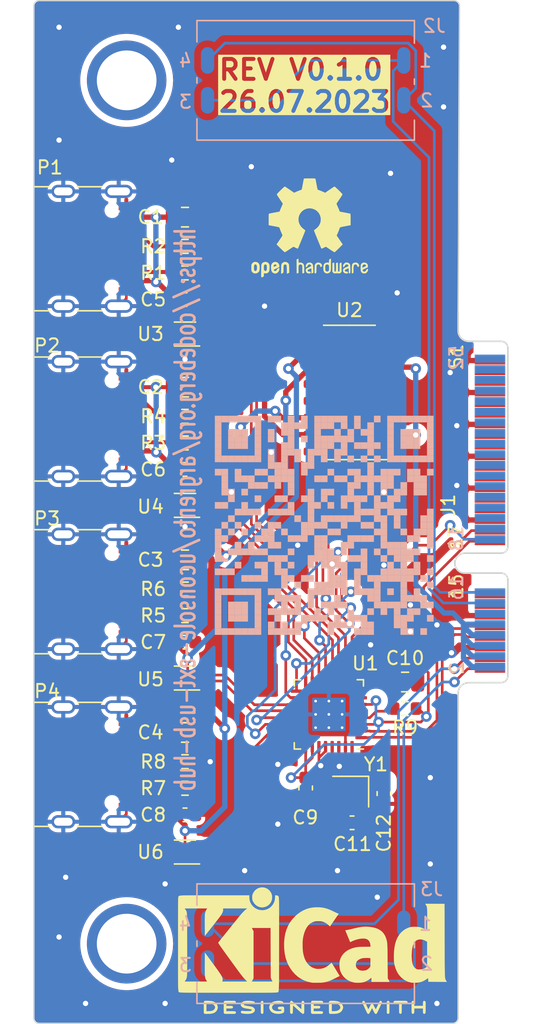
<source format=kicad_pcb>
(kicad_pcb (version 20221018) (generator pcbnew)
  (title_block (title "uConsole Extension USB Hub") (date "2023-07-26") (rev "0.1.0") (company "by argrento") (comment 2 "https://codeberg.org/argrento/uconsole-ext-usb-hub") (comment 4 "--->  UNTESTED  <---"))
  (layers (0 "F.Cu" signal) (31 "B.Cu" signal) (34 "B.Paste" user) (35 "F.Paste" user) (36 "B.SilkS" user "B.Silkscreen") (37 "F.SilkS" user "F.Silkscreen") (38 "B.Mask" user) (39 "F.Mask" user) (44 "Edge.Cuts" user))
  (net 0 "")
  (net 1 "/VBUS1")
  (net 2 "GND")
  (net 3 "/VBUS2")
  (net 4 "/VBUS3")
  (net 5 "/VBUS4")
  (net 6 "/HUB_RESET")
  (net 7 "/SPK_LP")
  (net 8 "+5V")
  (net 9 "/SPK_LN")
  (net 10 "/USB3_D+")
  (net 11 "/USB3_D-")
  (net 12 "/USB4_D+")
  (net 13 "/SPK_RP")
  (net 14 "/USB4_D-")
  (net 15 "/SPK_RN")
  (net 16 "+3.3V")
  (net 44 "Net-(P1-VCONN)")
  (net 45 "Net-(P1-CC)")
  (net 46 "Net-(P2-VCONN)")
  (net 47 "Net-(P2-CC)")
  (net 48 "Net-(P3-VCONN)")
  (net 49 "Net-(P3-CC)")
  (net 50 "Net-(P4-VCONN)")
  (net 51 "Net-(P4-CC)")
  (net 53 "/PWRON1")
  (net 54 "/OVRCUR1")
  (net 55 "/USBH1_D-")
  (net 56 "/PWRON2")
  (net 57 "/OVRCUR2")
  (net 58 "/USBH2_D-")
  (net 59 "/USBH2_D+")
  (net 60 "/PWRON3")
  (net 61 "/OVRCUR3")
  (net 62 "/USBH3_D-")
  (net 63 "/USBH3_D+")
  (net 64 "/PWRON4")
  (net 65 "/OVRCUR4")
  (net 66 "/USBH4_D-")
  (net 67 "/USBH4_D+")
  (net 68 "Net-(U1-XTAL2)")
  (net 69 "Net-(U1-XTAL1)")
  (net 71 "/USBH1_D+")
  (net 72 "/USB1_D+")
  (net 73 "/USB1_D-")
  (net 74 "/USB2_D+")
  (net 75 "/USB2_D-")
  (net 76 "/EXT_USB3_D+")
  (net 77 "/EXT_USB3_D-")
  (net 78 "/EXT_USB4_D+")
  (net 79 "/EXT_USB4_D-")
  (footprint "Resistor_SMD:R_0603_1608Metric" (layer "F.Cu") (at 147 92.8)
    (fp_text reference "R4")
    (fp_text value "5K1")
  )
  (footprint "Capacitor_SMD:C_0603_1608Metric" (layer "F.Cu") (at 162 121.2 -90)
    (fp_text reference "C12")
    (fp_text value "TBD")
  )
  (footprint "Capacitor_SMD:C_0805_2012Metric" (layer "F.Cu") (at 147 116.6)
    (fp_text reference "C4")
    (fp_text value "100uF")
  )
  (footprint "Capacitor_SMD:C_0603_1608Metric" (layer "F.Cu") (at 147 109.8)
    (fp_text reference "C7")
    (fp_text value "100nF")
  )
  (footprint "Package_SO:SOIC-16_3.9x9.9mm_P1.27mm" (layer "F.Cu") (at 159.4 91 180)
    (fp_text reference "U2")
    (fp_text value "TPS2044D")
  )
  (footprint "Resistor_SMD:R_0603_1608Metric" (layer "F.Cu") (at 147 105.8)
    (fp_text reference "R6")
    (fp_text value "5K1")
  )
  (footprint "Resistor_SMD:R_0603_1608Metric" (layer "F.Cu") (at 163.6 114.8 180)
    (fp_text reference "R9")
    (fp_text value "47K")
  )
  (footprint "Capacitor_SMD:C_0603_1608Metric" (layer "F.Cu") (at 147 84)
    (fp_text reference "C5")
    (fp_text value "100nF")
  )
  (footprint "Capacitor_SMD:C_0603_1608Metric" (layer "F.Cu") (at 147 122.8)
    (fp_text reference "C8")
    (fp_text value "100nF")
  )
  (footprint "Resistor_SMD:R_0603_1608Metric" (layer "F.Cu") (at 147 94.8)
    (fp_text reference "R3")
    (fp_text value "5K1")
  )
  (footprint "Connector_USB:USB_C_Receptacle_GCT_USB4105-xx-A_16P_TopMnt_Horizontal" (layer "F.Cu") (at 138.895 93 -90)
    (fp_text reference "P2")
    (fp_text value "USB_C_Plug_USB2.0")
  )
  (footprint "Package_DFN_QFN:QFN-32-1EP_5x5mm_P0.5mm_EP3.3x3.3mm_ThermalVias" (layer "F.Cu") (at 157.85 115.2375 180)
    (fp_text reference "U1")
    (fp_text value "TUSB2048B")
  )
  (footprint "Connector_USB:USB_C_Receptacle_GCT_USB4105-xx-A_16P_TopMnt_Horizontal" (layer "F.Cu") (at 138.895 80.18 -90)
    (fp_text reference "P1")
    (fp_text value "USB_C_Plug_USB2.0")
  )
  (footprint "Capacitor_SMD:C_0805_2012Metric" (layer "F.Cu") (at 147 90.6)
    (fp_text reference "C2")
    (fp_text value "100uF")
  )
  (footprint "Crystal:Crystal_SMD_2016-4Pin_2.0x1.6mm" (layer "F.Cu") (at 159.5 121.05 180)
    (fp_text reference "Y1")
    (fp_text value "6MHz")
  )
  (footprint "Resistor_SMD:R_0603_1608Metric" (layer "F.Cu") (at 147 118.8)
    (fp_text reference "R8")
    (fp_text value "5K1")
  )
  (footprint "Capacitor_SMD:C_0805_2012Metric" (layer "F.Cu") (at 147 77.8)
    (fp_text reference "C1")
    (fp_text value "100uF")
  )
  (footprint "Capacitor_SMD:C_0603_1608Metric" (layer "F.Cu") (at 147 96.8)
    (fp_text reference "C6")
    (fp_text value "100nF")
  )
  (footprint "Capacitor_SMD:C_0805_2012Metric" (layer "F.Cu") (at 163.6 112.8)
    (fp_text reference "C10")
    (fp_text value "100uF")
  )
  (footprint "Resistor_SMD:R_0603_1608Metric" (layer "F.Cu") (at 147 107.8)
    (fp_text reference "R5")
    (fp_text value "5K1")
  )
  (footprint "Capacitor_SMD:C_0603_1608Metric" (layer "F.Cu") (at 156.1 120.775 -90)
    (fp_text reference "C9")
    (fp_text value "100nF")
  )
  (footprint "Symbol:KiCad-Logo2_8mm_SilkScreen" (layer "F.Cu") (at 156.6 132.2)
    (fp_text reference "REF**" hide)
    (fp_text value "KiCad-Logo2_8mm_SilkScreen" hide)
  )
  (footprint "Connector_USB:USB_C_Receptacle_GCT_USB4105-xx-A_16P_TopMnt_Horizontal" (layer "F.Cu") (at 138.895 119 -90)
    (fp_text reference "P4")
    (fp_text value "USB_C_Plug_USB2.0")
  )
  (footprint "Resistor_SMD:R_0603_1608Metric" (layer "F.Cu") (at 147 120.8)
    (fp_text reference "R7")
    (fp_text value "5K1")
  )
  (footprint "Package_TO_SOT_SMD:SOT-666" (layer "F.Cu") (at 147 99.5 180)
    (fp_text reference "U4")
    (fp_text value "USBLC6-2P6")
  )
  (footprint "custom_components:mini_pcie_edge" (layer "F.Cu") (at 170 100 90)
    (fp_text reference "J1")
    (fp_text value "MINI_PCIE")
    (fp_line (start -13.65 -2.4) (end -15 -2.4) (stroke (width 0.12)) (layer "Edge.Cuts"))
    (fp_line (start -12.846447 0.846447) (end -12.85 -1.6) (stroke (width 0.12)) (layer "Edge.Cuts"))
    (fp_line (start -5.1 1.35) (end -12.346447 1.346447) (stroke (width 0.12)) (layer "Edge.Cuts"))
    (fp_line (start -4.6 -1.9) (end -4.6 0.85) (stroke (width 0.12)) (layer "Edge.Cuts"))
    (fp_line (start -3.1 0.85) (end -3.1 -1.9) (stroke (width 0.12)) (layer "Edge.Cuts"))
    (fp_line (start -2.6 1.35) (end 12.35 1.35) (stroke (width 0.12)) (layer "Edge.Cuts"))
    (fp_line (start 12.85 0.85) (end 12.85 -1.6) (stroke (width 0.12)) (layer "Edge.Cuts"))
    (fp_line (start 13.65 -2.4) (end 15 -2.4) (stroke (width 0.12)) (layer "Edge.Cuts"))
    (fp_arc (start -13.65 -2.4) (mid -13.084315 -2.165685) (end -12.85 -1.6) (stroke (width 0.12)) (layer "Edge.Cuts"))
    (fp_arc (start -12.346447 1.346447) (mid -12.7 1.2) (end -12.846447 0.846447) (stroke (width 0.12)) (layer "Edge.Cuts"))
    (fp_arc (start -4.6 -1.9) (mid -3.85 -2.65) (end -3.1 -1.9) (stroke (width 0.12)) (layer "Edge.Cuts"))
    (fp_arc (start -4.6 0.85) (mid -4.746447 1.203553) (end -5.1 1.35) (stroke (width 0.12)) (layer "Edge.Cuts"))
    (fp_arc (start -2.6 1.35) (mid -2.953553 1.203553) (end -3.1 0.85) (stroke (width 0.12)) (layer "Edge.Cuts"))
    (fp_arc (start 12.85 -1.6) (mid 13.084315 -2.165685) (end 13.65 -2.4) (stroke (width 0.12)) (layer "Edge.Cuts"))
    (fp_arc (start 12.85 0.85) (mid 12.703553 1.203553) (end 12.35 1.35) (stroke (width 0.12)) (layer "Edge.Cuts"))
  )
  (footprint "Capacitor_SMD:C_0603_1608Metric" (layer "F.Cu") (at 159.6 123.4)
    (fp_text reference "C11")
    (fp_text value "TBD")
  )
  (footprint "Capacitor_SMD:C_0805_2012Metric" (layer "F.Cu") (at 147 103.6)
    (fp_text reference "C3")
    (fp_text value "100uF")
  )
  (footprint "Package_TO_SOT_SMD:SOT-666" (layer "F.Cu") (at 147 125.6 180)
    (fp_text reference "U6")
    (fp_text value "USBLC6-2P6")
  )
  (footprint "Resistor_SMD:R_0603_1608Metric" (layer "F.Cu") (at 147 80)
    (fp_text reference "R2")
    (fp_text value "5K1")
  )
  (footprint "Package_TO_SOT_SMD:SOT-666" (layer "F.Cu") (at 147 86.6 180)
    (fp_text reference "U3")
    (fp_text value "USBLC6-2P6")
  )
  (footprint "Connector_USB:USB_C_Receptacle_GCT_USB4105-xx-A_16P_TopMnt_Horizontal" (layer "F.Cu") (at 138.895 106 -90)
    (fp_text reference "P3")
    (fp_text value "USB_C_Plug_USB2.0")
  )
  (footprint "Symbol:OSHW-Logo2_9.8x8mm_SilkScreen" (layer "F.Cu") (at 156.4 78.6)
    (fp_text reference "REF**" hide)
    (fp_text value "OSHW-Logo2_9.8x8mm_SilkScreen" hide)
  )
  (footprint "Package_TO_SOT_SMD:SOT-666" (layer "F.Cu") (at 147 112.5 180)
    (fp_text reference "U5")
    (fp_text value "USBLC6-2P6")
  )
  (footprint "Resistor_SMD:R_0603_1608Metric" (layer "F.Cu") (at 147 82)
    (fp_text reference "R1")
    (fp_text value "5K1")
  )
  (footprint "custom_components:uConsole_speaker" (layer "B.Cu") (at 155.9 67 180)
    (fp_text reference "J2")
    (fp_text value "SPEAKER")
  )
  (footprint "custom_components:qr-https--codeberg.org-argrento-uconsole-ext-usb-hub" (layer "B.Cu") (at 157.5 101 -90)
    (fp_text reference "QR" hide)
    (fp_text value "")
  )
  (footprint "custom_components:uConsole_speaker" (layer "B.Cu") (at 155.9 132 180)
    (fp_text reference "J3")
    (fp_text value "SPEAKER")
  )
  (gr_line (start 136 138.5) (end 167.2 138.5) (stroke (width 0.1)) (layer "Edge.Cuts"))
  (gr_arc (start 136 138.5) (mid 135.717157 138.382843) (end 135.6 138.1) (stroke (width 0.1)) (layer "Edge.Cuts"))
  (gr_arc (start 167.3 61.5) (mid 167.582843 61.617157) (end 167.7 61.9) (stroke (width 0.1)) (layer "Edge.Cuts"))
  (gr_line (start 167.3 61.5) (end 136 61.5) (stroke (width 0.1)) (layer "Edge.Cuts"))
  (gr_line (start 167.6 138.1) (end 167.6 114.8) (stroke (width 0.1)) (layer "Edge.Cuts"))
  (gr_arc (start 135.6 61.9) (mid 135.717157 61.617157) (end 136 61.5) (stroke (width 0.1)) (layer "Edge.Cuts"))
  (gr_line (start 135.6 61.9) (end 135.6 138.1) (stroke (width 0.1)) (layer "Edge.Cuts"))
  (gr_line (start 167.6 85) (end 167.7 61.9) (stroke (width 0.1)) (layer "Edge.Cuts"))
  (gr_arc (start 167.6 138.1) (mid 167.482843 138.382843) (end 167.2 138.5) (stroke (width 0.1)) (layer "Edge.Cuts"))
  (gr_text "https://codeberg.org/argrento/uconsole-ext-usb-hub" (at 147.9 78.5 90) (layer "B.SilkS") (effects (font (size 1.5 1) (thickness 0.2)) (justify left bottom mirror)))
  (gr_text "REV V0.1.0\n26.07.2023" (at 149.4 70) (layer "F.SilkS" knockout) (effects (font (size 1.5 1.5) (thickness 0.3) bold) (justify left bottom)))
  (via (at 142.6 67.5) (size 6) (drill 4.5) (layers "F.Cu" "B.Cu") (net 0))
  (via (at 142.6 132.5) (size 6) (drill 4.5) (layers "F.Cu" "B.Cu") (net 0))
  (segment (start 142.595 77.8) (end 142.575 77.78) (width 0.4) (layer "F.Cu") (net 1))
  (segment (start 147.1 84.875) (end 146.225 84) (width 0.4) (layer "F.Cu") (net 1))
  (segment (start 153 92.8) (end 153 88.292894) (width 0.4) (layer "F.Cu") (net 1))
  (segment (start 156.925 94.175) (end 154.375 94.175) (width 0.4) (layer "F.Cu") (net 1))
  (segment (start 146.8 86.45) (end 146.8 85.175) (width 0.2) (layer "F.Cu") (net 1))
  (segment (start 149.582106 84.875) (end 147.1 84.875) (width 0.4) (layer "F.Cu") (net 1))
  (segment (start 153 88.292894) (end 149.582106 84.875) (width 0.4) (layer "F.Cu") (net 1))
  (segment (start 146.65 86.6) (end 146.8 86.45) (width 0.2) (layer "F.Cu") (net 1))
  (segment (start 144.805 82.58) (end 146.225 84) (width 0.4) (layer "F.Cu") (net 1))
  (segment (start 144.805 82.58) (end 144.805 82.6795) (width 0.4) (layer "F.Cu") (net 1))
  (segment (start 142.575 82.58) (end 144.805 82.58) (width 0.4) (layer "F.Cu") (net 1))
  (segment (start 146.8 85.175) (end 147.1 84.875) (width 0.2) (layer "F.Cu") (net 1))
  (segment (start 146.075 86.6) (end 146.65 86.6) (width 0.2) (layer "F.Cu") (net 1))
  (segment (start 146.05 77.8) (end 142.595 77.8) (width 0.4) (layer "F.Cu") (net 1))
  (segment (start 154.375 94.175) (end 153 92.8) (width 0.4) (layer "F.Cu") (net 1))
  (via (at 144.805 82.6795) (size 0.8) (drill 0.4) (layers "F.Cu" "B.Cu") (net 1))
  (via (at 144.8 77.8) (size 0.8) (drill 0.4) (layers "F.Cu" "B.Cu") (net 1))
  (segment (start 144.805 77.805) (end 144.8 77.8) (width 0.4) (layer "B.Cu") (net 1))
  (segment (start 144.805 82.6795) (end 144.805 77.805) (width 0.4) (layer "B.Cu") (net 1))
  (segment (start 147.35 125.6) (end 147 125.95) (width 0.2) (layer "F.Cu") (net 2))
  (segment (start 142.575 122.745) (end 142 123.32) (width 0.2) (layer "F.Cu") (net 2))
  (segment (start 159.1 117.675) (end 159.1 116.4875) (width 0.2) (layer "F.Cu") (net 2))
  (segment (start 147 86.95) (end 147 88.5) (width 0.2) (layer "F.Cu") (net 2))
  (segment (start 170 91) (end 167.8 91) (width 0.4) (layer "F.Cu") (net 2))
  (segment (start 170 98.2) (end 167.7 98.2) (width 0.4) (layer "F.Cu") (net 2))
  (segment (start 164.55 112.05) (end 164 111.5) (width 0.2) (layer "F.Cu") (net 2))
  (segment (start 147.925 125.6) (end 147.35 125.6) (width 0.2) (layer "F.Cu") (net 2))
  (segment (start 157.6 118) (end 157.6 117.675) (width 0.2) (layer "F.Cu") (net 2))
  (segment (start 170 107.8) (end 168.2 107.8) (width 0.4) (layer "F.Cu") (net 2))
  (segment (start 168.2 107.8) (end 168 107.6) (width 0.4) (layer "F.Cu") (net 2))
  (segment (start 147 99.85) (end 147 100.5) (width 0.2) (layer "F.Cu") (net 2))
  (segment (start 158.8 119.314257) (end 158.635632 119.149889) (width 0.2) (layer "F.Cu") (net 2))
  (segment (start 157.1 118.963868) (end 157.236132 119.1) (width 0.2) (layer "F.Cu") (net 2))
  (segment (start 170 110.2) (end 167.4995 110.2) (width 0.4) (layer "F.Cu") (net 2))
  (segment (start 147.825 118.8) (end 148.9 118.8) (width 0.2) (layer "F.Cu") (net 2))
  (segment (start 167.7 98.2) (end 167.5 98) (width 0.4) (layer "F.Cu") (net 2))
  (segment (start 167.4995 110.2) (end 167.0995 110.6) (width 0.4) (layer "F.Cu") (net 2))
  (segment (start 147 112.85) (end 147 113.4) (width 0.2) (layer "F.Cu") (net 2))
  (segment (start 167.6 93.4) (end 167.5 93.5) (width 0.4) (layer "F.Cu") (net 2))
  (segment (start 147 125.95) (end 147 126.5) (width 0.2) (layer "F.Cu") (net 2))
  (segment (start 142.575 83.925) (end 142 84.5) (width 0.2) (layer "F.Cu") (net 2))
  (segment (start 142.575 96.2) (end 142.575 96.745) (width 0.2) (layer "F.Cu") (net 2))
  (segment (start 147.925 112.5) (end 147.35 112.5) (width 0.2) (layer "F.Cu") (net 2))
  (segment (start 147.925 99.5) (end 147.35 99.5) (width 0.2) (layer "F.Cu") (net 2))
  (segment (start 147 100.5) (end 147 101.1) (width 0.2) (layer "F.Cu") (net 2))
  (segment (start 147.925 86.6) (end 147.35 86.6) (width 0.2) (layer "F.Cu") (net 2))
  (segment (start 170 100.6) (end 168.2 100.6) (width 0.4) (layer "F.Cu") (net 2))
  (segment (start 142.575 96.745) (end 142 97.32) (width 0.2) (layer "F.Cu") (net 2))
  (segment (start 170 93.4) (end 167.6 93.4) (width 0.4) (layer "F.Cu") (net 2))
  (segment (start 160.2875 113.2125) (end 161 112.5) (width 0.2) (layer "F.Cu") (net 2))
  (segment (start 170 95.8) (end 167.8 95.8) (width 0.4) (layer "F.Cu") (net 2))
  (segment (start 157.1 118.5) (end 157.6 118) (width 0.2) (layer "F.Cu") (net 2))
  (segment (start 157.1 117.675) (end 157.1 118.5) (width 0.2) (layer "F.Cu") (net 2))
  (segment (start 164.55 112.8) (end 164.55 112.05) (width 0.2) (layer "F.Cu") (net 2))
  (segment (start 147.35 99.5) (end 147 99.85) (width 0.2) (layer "F.Cu") (net 2))
  (segment (start 142.575 83.38) (end 142.575 83.925) (width 0.2) (layer "F.Cu") (net 2))
  (segment (start 158.8 120.5) (end 158.8 119.314257) (width 0.2) (layer "F.Cu") (net 2))
  (segment (start 159.1 116.4875) (end 158.85 116.2375) (width 0.2) (layer "F.Cu") (net 2))
  (segment (start 170 88.6) (end 167.8 88.6) (width 0.4) (layer "F.Cu") (net 2))
  (segment (start 142.575 122.2) (end 142.575 122.745) (width 0.2) (layer "F.Cu") (net 2))
  (segment (start 160.2875 113.4875) (end 160.2875 113.2125) (width 0.2) (layer "F.Cu") (net 2))
  (segment (start 157.1 118.5) (end 157.1 118.963868) (width 0.2) (layer "F.Cu") (net 2))
  (segment (start 142.575 109.2) (end 142.575 109.745) (width 0.2) (layer "F.Cu") (net 2))
  (segment (start 142.575 109.745) (end 142 110.32) (width 0.2) (layer "F.Cu") (net 2))
  (segment (start 147.35 112.5) (end 147 112.85) (width 0.2) (layer "F.Cu") (net 2))
  (segment (start 160.2875 113.9875) (end 160.2875 113.4875) (width 0.2) (layer "F.Cu") (net 2))
  (segment (start 147.35 86.6) (end 147 86.95) (width 0.2) (layer "F.Cu") (net 2))
  (via (at 162 104) (size 0.8) (drill 0.4) (layers "F.Cu" "B.Cu") (net 2))
  (via (at 145.5 137) (size 0.8) (drill 0.4) (layers "F.Cu" "B.Cu") (net 2))
  (via (at 138 127.5) (size 0.8) (drill 0.4) (layers "F.Cu" "B.Cu") (net 2))
  (via (at 166 108.5) (size 0.8) (drill 0.4) (layers "F.Cu" "B.Cu") (net 2))
  (via (at 146 73.5) (size 0.8) (drill 0.4) (layers "F.Cu" "B.Cu") (net 2))
  (via (at 137.5 72) (size 0.8) (drill 0.4) (layers "F.Cu" "B.Cu") (net 2))
  (via (at 150.5 98.5) (size 0.8) (drill 0.4) (layers "F.Cu" "B.Cu") (net 2))
  (via (at 147 88.5) (size 0.8) (drill 0.4) (layers "F.Cu" "B.Cu") (net 2))
  (via (at 153.5 95.5) (size 0.8) (drill 0.4) (layers "F.Cu" "B.Cu") (net 2))
  (via (at 162.5 74.5) (size 0.8) (drill 0.4) (layers "F.Cu" "B.Cu") (net 2))
  (via (at 158.5 127) (size 0.8) (drill 0.4) (layers "F.Cu" "B.Cu") (net 2))
  (via (at 167.0995 110.6) (size 0.8) (drill 0.4) (layers "F.Cu" "B.Cu") (net 2))
  (via (at 165.5 126.5) (size 0.8) (drill 0.4) (layers "F.Cu" "B.Cu") (net 2))
  (via (at 166.5 69.5) (size 0.8) (drill 0.4) (layers "F.Cu" "B.Cu") (net 2))
  (via (at 152 74) (size 0.8) (drill 0.4) (layers "F.Cu" "B.Cu") (net 2))
  (via (at 167.5 93.5) (size 0.8) (drill 0.4) (layers "F.Cu" "B.Cu") (net 2))
  (via (at 167 89.5) (size 0.8) (drill 0.4) (layers "F.Cu" "B.Cu") (net 2))
  (via (at 148.9 118.8) (size 0.8) (drill 0.4) (layers "F.Cu" "B.Cu") (net 2))
  (via (at 151.5 127) (size 0.8) (drill 0.4) (layers "F.Cu" "B.Cu") (net 2))
  (via (at 139.5 137) (size 0.8) (drill 0.4) (layers "F.Cu" "B.Cu") (net 2))
  (via (at 147 101.1) (size 0.8) (drill 0.4) (layers "F.Cu" "B.Cu") (net 2))
  (via (at 137.5 132) (size 0.8) (drill 0.4) (layers "F.Cu" "B.Cu") (net 2))
  (via (at 166.5 65) (size 0.8) (drill 0.4) (layers "F.Cu" "B.Cu") (net 2))
  (via (at 154 123.5) (size 0.8) (drill 0.4) (layers "F.Cu" "B.Cu") (net 2))
  (via (at 153 84.5) (size 0.8) (drill 0.4) (layers "F.Cu" "B.Cu") (net 2))
  (via (at 167.5 98) (size 0.8) (drill 0.4) (layers "F.Cu" "B.Cu") (net 2))
  (via (at 163 83.5) (size 0.8) (drill 0.4) (layers "F.Cu" "B.Cu") (net 2))
  (via (at 166 137) (size 0.8) (drill 0.4) (layers "F.Cu" "B.Cu") (net 2))
  (via (at 164 109) (size 0.8) (drill 0.4) (layers "F.Cu" "B.Cu") (net 2))
  (via (at 161 110) (size 0.8) (drill 0.4) (layers "F.Cu" "B.Cu") (net 2))
  (via (at 162 98.5) (size 0.8) (drill 0.4) (layers "F.Cu" "B.Cu") (net 2))
  (via (at 161.5 129) (size 0.8) (drill 0.4) (layers "F.Cu" "B.Cu") (net 2))
  (via (at 158.635632 119.149889) (size 0.8) (drill 0.4) (layers "F.Cu" "B.Cu") (net 2))
  (via (at 164 107) (size 0.8) (drill 0.4) (layers "F.Cu" "B.Cu") (net 2))
  (via (at 145.5 128) (size 0.8) (drill 0.4) (layers "F.Cu" "B.Cu") (net 2))
  (via (at 146.5 63.5) (size 0.8) (drill 0.4) (layers "F.Cu" "B.Cu") (net 2))
  (via (at 165.5 120) (size 0.8) (drill 0.4) (layers "F.Cu" "B.Cu") (net 2))
  (via (at 137.5 63.5) (size 0.8) (drill 0.4) (layers "F.Cu" "B.Cu") (net 2))
  (via (at 157.236132 119.1) (size 0.8) (drill 0.4) (layers "F.Cu" "B.Cu") (net 2))
  (via (at 155.5 102.5) (size 0.8) (drill 0.4) (layers "F.Cu" "B.Cu") (net 2))
  (via (at 154 119) (size 0.8) (drill 0.4) (layers "F.Cu" "B.Cu") (net 2))
  (segment (start 151.2 96.4) (end 149.6 98) (width 0.4) (layer "F.Cu") (net 3))
  (segment (start 144.4 95.4) (end 142.575 95.4) (width 0.4) (layer "F.Cu") (net 3))
  (segment (start 146.075 99.5) (end 146.65 99.5) (width 0.2) (layer "F.Cu") (net 3))
  (segment (start 154.305 92.905) (end 153.8 92.4) (width 0.4) (layer "F.Cu") (net 3))
  (segment (start 146.65 99.5) (end 146.8 99.35) (width 0.2) (layer "F.Cu") (net 3))
  (segment (start 147.425 98) (end 146.225 96.8) (width 0.4) (layer "F.Cu") (net 3))
  (segment (start 146.225 96.8) (end 144.825 95.4) (width 0.4) (layer "F.Cu") (net 3))
  (segment (start 146.825 98.6) (end 147.425 98) (width 0.2) (layer "F.Cu") (net 3))
  (segment (start 146.8 98.6) (end 146.825 98.6) (width 0.2) (layer "F.Cu") (net 3))
  (segment (start 144.8 90.6) (end 146.05 90.6) (width 0.3) (layer "F.Cu") (net 3))
  (segment (start 144.825 95.4) (end 144.4 95.4) (width 0.4) (layer "F.Cu") (net 3))
  (segment (start 156.925 92.905) (end 154.305 92.905) (width 0.4) (layer "F.Cu") (net 3))
  (segment (start 142.575 90.6) (end 144.8 90.6) (width 0.3) (layer "F.Cu") (net 3))
  (segment (start 149.6 98) (end 147.425 98) (width 0.4) (layer "F.Cu") (net 3))
  (segment (start 146.8 99.35) (end 146.8 98.6) (width 0.2) (layer "F.Cu") (net 3))
  (segment (start 151.2 93.6) (end 151.2 96.4) (width 0.4) (layer "F.Cu") (net 3))
  (segment (start 144.4 95.4) (end 144.7255 95.4) (width 0.4) (layer "F.Cu") (net 3))
  (segment (start 144.7255 95.4) (end 144.825 95.4995) (width 0.4) (layer "F.Cu") (net 3))
  (via (at 144.8 90.6) (size 0.8) (drill 0.4) (layers "F.Cu" "B.Cu") (net 3))
  (via (at 153.8 92.4) (size 0.8) (drill 0.4) (layers "F.Cu" "B.Cu") (net 3))
  (via (at 151.2 93.6) (size 0.8) (drill 0.4) (layers "F.Cu" "B.Cu") (net 3))
  (via (at 144.825 95.4995) (size 0.8) (drill 0.4) (layers "F.Cu" "B.Cu") (net 3))
  (segment (start 144.825 95.4995) (end 144.825 90.625) (width 0.4) (layer "B.Cu") (net 3))
  (segment (start 152.4 92.4) (end 151.2 93.6) (width 0.4) (layer "B.Cu") (net 3))
  (segment (start 153.8 92.4) (end 152.4 92.4) (width 0.4) (layer "B.Cu") (net 3))
  (segment (start 144.825 90.625) (end 144.8 90.6) (width 0.4) (layer "B.Cu") (net 3))
  (segment (start 154.6 90.937183) (end 154.6 91.6) (width 0.4) (layer "F.Cu") (net 4))
  (segment (start 156.925 89.095) (end 156.442183 89.095) (width 0.4) (layer "F.Cu") (net 4))
  (segment (start 146.65 112.5) (end 147.2 111.95) (width 0.2) (layer "F.Cu") (net 4))
  (segment (start 142.575 103.6) (end 146.05 103.6) (width 0.4) (layer "F.Cu") (net 4))
  (segment (start 147.2 110.775) (end 146.225 109.8) (width 0.4) (layer "F.Cu") (net 4))
  (segment (start 147.2 111) (end 147.2 110.775) (width 0.4) (layer "F.Cu") (net 4))
  (segment (start 146.075 112.5) (end 146.65 112.5) (width 0.2) (layer "F.Cu") (net 4))
  (segment (start 146.05 103.6) (end 147.175 102.475) (width 0.4) (layer "F.Cu") (net 4))
  (segment (start 149.275 102.475) (end 150.1 103.3) (width 0.4) (layer "F.Cu") (net 4))
  (segment (start 156.442183 89.095) (end 154.6 90.937183) (width 0.4) (layer "F.Cu") (net 4))
  (segment (start 146.225 109.8) (end 144.825 108.4) (width 0.4) (layer "F.Cu") (net 4))
  (segment (start 144.825 108.4) (end 142.575 108.4) (width 0.4) (layer "F.Cu") (net 4))
  (segment (start 147.175 102.475) (end 149.275 102.475) (width 0.4) (layer "F.Cu") (net 4))
  (segment (start 147.2 111.95) (end 147.2 111) (width 0.2) (layer "F.Cu") (net 4))
  (via (at 150.1 103.3) (size 0.8) (drill 0.4) (layers "F.Cu" "B.Cu") (net 4))
  (via (at 154.6 91.6) (size 0.8) (drill 0.4) (layers "F.Cu" "B.Cu") (net 4))
  (via (at 147.2 111) (size 0.8) (drill 0.4) (layers "F.Cu" "B.Cu") (net 4))
  (segment (start 154.6 91.6) (end 154.6 98.8) (width 0.4) (layer "B.Cu") (net 4))
  (segment (start 149.4 104) (end 149.4 108.8) (width 0.4) (layer "B.Cu") (net 4))
  (segment (start 154.6 98.8) (end 149.4 104) (width 0.4) (layer "B.Cu") (net 4))
  (segment (start 149.4 108.8) (end 147.2 111) (width 0.4) (layer "B.Cu") (net 4))
  (segment (start 147 125.25) (end 147 124) (width 0.2) (layer "F.Cu") (net 5))
  (segment (start 146.225 122.8) (end 144.825 121.4) (width 0.4) (layer "F.Cu") (net 5))
  (segment (start 147 123.575) (end 146.225 122.8) (width 0.4) (layer "F.Cu") (net 5))
  (segment (start 156.175 87.825) (end 154.8 89.2) (width 0.4) (layer "F.Cu") (net 5))
  (segment (start 150 116.3) (end 148.5 114.8) (width 0.4) (layer "F.Cu") (net 5))
  (segment (start 146.65 125.6) (end 147 125.25) (width 0.2) (layer "F.Cu") (net 5))
  (segment (start 142.575 116.6) (end 146.05 116.6) (width 0.4) (layer "F.Cu") (net 5))
  (segment (start 146.075 125.6) (end 146.65 125.6) (width 0.2) (layer "F.Cu") (net 5))
  (segment (start 148.5 114.8) (end 146.8 114.8) (width 0.4) (layer "F.Cu") (net 5))
  (segment (start 146.8 114.8) (end 146.05 115.55) (width 0.4) (layer "F.Cu") (net 5))
  (segment (start 156.925 87.825) (end 156.175 87.825) (width 0.4) (layer "F.Cu") (net 5))
  (segment (start 144.825 121.4) (end 142.575 121.4) (width 0.4) (layer "F.Cu") (net 5))
  (segment (start 146.05 115.55) (end 146.05 116.6) (width 0.4) (layer "F.Cu") (net 5))
  (segment (start 147 124) (end 147 123.575) (width 0.4) (layer "F.Cu") (net 5))
  (via (at 150 116.3) (size 0.8) (drill 0.4) (layers "F.Cu" "B.Cu") (net 5))
  (via (at 154.8 89.2) (size 0.8) (drill 0.4) (layers "F.Cu" "B.Cu") (net 5))
  (via (at 147 124) (size 0.8) (drill 0.4) (layers "F.Cu" "B.Cu") (net 5))
  (segment (start 155.4 98.848528) (end 155.4 89.8) (width 0.4) (layer "B.Cu") (net 5))
  (segment (start 150 116.3) (end 150 122.2) (width 0.4) (layer "B.Cu") (net 5))
  (segment (start 155.4 89.8) (end 154.8 89.2) (width 0.4) (layer "B.Cu") (net 5))
  (segment (start 148.2 124) (end 147 124) (width 0.4) (layer "B.Cu") (net 5))
  (segment (start 151.124264 103.124264) (end 155.4 98.848528) (width 0.4) (layer "B.Cu") (net 5))
  (segment (start 150 116.3) (end 150 104.531371) (width 0.4) (layer "B.Cu") (net 5))
  (segment (start 150 104.531371) (end 151.124264 103.407107) (width 0.4) (layer "B.Cu") (net 5))
  (segment (start 151.124264 103.407107) (end 151.124264 103.124264) (width 0.4) (layer "B.Cu") (net 5))
  (segment (start 150 122.2) (end 148.2 124) (width 0.4) (layer "B.Cu") (net 5))
  (segment (start 162.775 112.925) (end 162.65 112.8) (width 0.2) (layer "F.Cu") (net 6))
  (segment (start 161.42305 115) (end 162.575 115) (width 0.2) (layer "F.Cu") (net 6))
  (segment (start 162.575 115) (end 162.775 114.8) (width 0.2) (layer "F.Cu") (net 6))
  (segment (start 162.775 114.8) (end 162.775 112.925) (width 0.2) (layer "F.Cu") (net 6))
  (segment (start 164.5 102.5) (end 162.7 104.3) (width 0.2) (layer "F.Cu") (net 6))
  (segment (start 165.5 102.5) (end 164.5 102.5) (width 0.2) (layer "F.Cu") (net 6))
  (segment (start 167 101) (end 165.5 102.5) (width 0.2) (layer "F.Cu") (net 6))
  (segment (start 160.2875 115.4875) (end 160.93555 115.4875) (width 0.2) (layer "F.Cu") (net 6))
  (segment (start 160.93555 115.4875) (end 161.42305 115) (width 0.2) (layer "F.Cu") (net 6))
  (segment (start 162.7 104.3) (end 162.7 112.75) (width 0.2) (layer "F.Cu") (net 6))
  (segment (start 162.7 112.75) (end 162.65 112.8) (width 0.2) (layer "F.Cu") (net 6))
  (via (at 167 101) (size 0.8) (drill 0.4) (layers "F.Cu" "B.Cu") (net 6))
  (segment (start 167 101) (end 168.05 102.05) (width 0.2) (layer "B.Cu") (net 6))
  (segment (start 168.05 102.05) (end 170 102.05) (width 0.2) (layer "B.Cu") (net 6))
  (segment (start 168.3245 111.8) (end 167.3245 112.8) (width 0.2) (layer "F.Cu") (net 7))
  (segment (start 170 111.8) (end 168.3245 111.8) (width 0.2) (layer "F.Cu") (net 7))
  (via (at 167.3245 112.8) (size 0.8) (drill 0.4) (layers "F.Cu" "B.Cu") (net 7))
  (segment (start 150 135.3) (end 148.7 134) (width 0.2) (layer "B.Cu") (net 7))
  (segment (start 166.4 112.8) (end 163.5 115.7) (width 0.2) (layer "B.Cu") (net 7))
  (segment (start 164.3 131.8) (end 164.3 134.9) (width 0.2) (layer "B.Cu") (net 7))
  (segment (start 163.5 115.7) (end 163.5 131) (width 0.2) (layer "B.Cu") (net 7))
  (segment (start 164.3 134.9) (end 163.9 135.3) (width 0.2) (layer "B.Cu") (net 7))
  (segment (start 163.9 135.3) (end 150 135.3) (width 0.2) (layer "B.Cu") (net 7))
  (segment (start 167.3245 112.8) (end 166.4 112.8) (width 0.2) (layer "B.Cu") (net 7))
  (segment (start 163.5 131) (end 164.3 131.8) (width 0.2) (layer "B.Cu") (net 7))
  (segment (start 161.875 89.095) (end 164.295 89.095) (width 0.4) (layer "F.Cu") (net 8))
  (segment (start 164.375 94.175) (end 164.4 94.2) (width 0.4) (layer "F.Cu") (net 8))
  (segment (start 164.295 89.095) (end 164.4 89.2) (width 0.4) (layer "F.Cu") (net 8))
  (segment (start 161.875 94.175) (end 164.375 94.175) (width 0.4) (layer "F.Cu") (net 8))
  (via (at 164.4 89.2) (size 0.8) (drill 0.4) (layers "F.Cu" "B.Cu") (net 8))
  (via (at 164.4 94.2) (size 0.8) (drill 0.4) (layers "F.Cu" "B.Cu") (net 8))
  (segment (start 166.527208 107.6) (end 164.4 105.472792) (width 0.4) (layer "B.Cu") (net 8))
  (segment (start 167.2 107.6) (end 166.527208 107.6) (width 0.4) (layer "B.Cu") (net 8))
  (segment (start 164.4 105.472792) (end 164.4 94.2) (width 0.4) (layer "B.Cu") (net 8))
  (segment (start 168.65 109.25) (end 168 108.6) (width 0.4) (layer "B.Cu") (net 8))
  (segment (start 170 109.25) (end 168.65 109.25) (width 0.4) (layer "B.Cu") (net 8))
  (segment (start 168.65 110.05) (end 168 109.4) (width 0.4) (layer "B.Cu") (net 8))
  (segment (start 170 110.85) (end 168.65 110.85) (width 0.4) (layer "B.Cu") (net 8))
  (segment (start 164.4 94.2) (end 164.4 89.2) (width 0.4) (layer "B.Cu") (net 8))
  (segment (start 168 110.2) (end 168 109.4) (width 0.4) (layer "B.Cu") (net 8))
  (segment (start 170 111.65) (end 168.65 111.65) (width 0.4) (layer "B.Cu") (net 8))
  (segment (start 168 109.4) (end 168 108.6) (width 0.4) (layer "B.Cu") (net 8))
  (segment (start 168 108.5) (end 168.05 108.45) (width 0.4) (layer "B.Cu") (net 8))
  (segment (start 170 108.45) (end 168.05 108.45) (width 0.4) (layer "B.Cu") (net 8))
  (segment (start 168.05 108.45) (end 167.2 107.6) (width 0.4) (layer "B.Cu") (net 8))
  (segment (start 168 111) (end 168 110.2) (width 0.4) (layer "B.Cu") (net 8))
  (segment (start 168 108.6) (end 168 108.5) (width 0.4) (layer "B.Cu") (net 8))
  (segment (start 168.65 110.85) (end 168 110.2) (width 0.4) (layer "B.Cu") (net 8))
  (segment (start 168.65 111.65) (end 168 111) (width 0.4) (layer "B.Cu") (net 8))
  (segment (start 170 110.05) (end 168.65 110.05) (width 0.4) (layer "B.Cu") (net 8))
  (segment (start 168.124997 111) (end 170 111) (width 0.2) (layer "F.Cu") (net 9))
  (segment (start 167.3245 111.800497) (end 168.124997 111) (width 0.2) (layer "F.Cu") (net 9))
  (via (at 167.3245 111.800497) (size 0.8) (drill 0.4) (layers "F.Cu" "B.Cu") (net 9))
  (segment (start 163.5 134) (end 151.7 134) (width 0.2) (layer "B.Cu") (net 9))
  (segment (start 163.1 129.2) (end 161.3 131) (width 0.2) (layer "B.Cu") (net 9))
  (segment (start 151.7 134) (end 148.7 131) (width 0.2) (layer "B.Cu") (net 9))
  (segment (start 161.3 131) (end 148.7 131) (width 0.2) (layer "B.Cu") (net 9))
  (segment (start 163.1 115.028013) (end 163.1 129.2) (width 0.2) (layer "B.Cu") (net 9))
  (segment (start 166.327516 111.800497) (end 163.1 115.028013) (width 0.2) (layer "B.Cu") (net 9))
  (segment (start 167.3245 111.800497) (end 166.327516 111.800497) (width 0.2) (layer "B.Cu") (net 9))
  (segment (start 141.687499 105.775) (end 141.712499 105.75) (width 0.2) (layer "F.Cu") (net 10))
  (segment (start 140.7068 105.775) (end 141.687499 105.775) (width 0.2) (layer "F.Cu") (net 10))
  (segment (start 139.375 111.2932) (end 139.375 107.1068) (width 0.2) (layer "F.Cu") (net 10))
  (segment (start 144.8 112.725) (end 140.8068 112.725) (width 0.2) (layer "F.Cu") (net 10))
  (segment (start 145.1125 113.0375) (end 144.8 112.725) (width 0.2) (layer "F.Cu") (net 10))
  (segment (start 146.15 113.0375) (end 145.1125 113.0375) (width 0.2) (layer "F.Cu") (net 10))
  (segment (start 139.375 107.1068) (end 140.7068 105.775) (width 0.2) (layer "F.Cu") (net 10))
  (segment (start 140.8068 112.725) (end 139.375 111.2932) (width 0.2) (layer "F.Cu") (net 10))
  (segment (start 141.712499 105.75) (end 142.575 105.75) (width 0.2) (layer "F.Cu") (net 10))
  (segment (start 146.15 111.9625) (end 145.1125 111.9625) (width 0.2) (layer "F.Cu") (net 11))
  (segment (start 140.8932 106.225) (end 141.687499 106.225) (width 0.2) (layer "F.Cu") (net 11))
  (segment (start 141.687499 106.225) (end 141.712499 106.25) (width 0.2) (layer "F.Cu") (net 11))
  (segment (start 145.1125 111.9625) (end 144.8 112.275) (width 0.2) (layer "F.Cu") (net 11))
  (segment (start 140.9932 112.275) (end 139.825 111.1068) (width 0.2) (layer "F.Cu") (net 11))
  (segment (start 139.825 107.2932) (end 140.8932 106.225) (width 0.2) (layer "F.Cu") (net 11))
  (segment (start 139.825 111.1068) (end 139.825 107.2932) (width 0.2) (layer "F.Cu") (net 11))
  (segment (start 141.712499 106.25) (end 142.575 106.25) (width 0.2) (layer "F.Cu") (net 11))
  (segment (start 144.8 112.275) (end 140.9932 112.275) (width 0.2) (layer "F.Cu") (net 11))
  (segment (start 139.575 124.4932) (end 139.575 119.7068) (width 0.2) (layer "F.Cu") (net 12))
  (segment (start 139.575 119.7068) (end 140.5068 118.775) (width 0.2) (layer "F.Cu") (net 12))
  (segment (start 144.8 125.825) (end 140.9068 125.825) (width 0.2) (layer "F.Cu") (net 12))
  (segment (start 145.1125 126.1375) (end 144.8 125.825) (width 0.2) (layer "F.Cu") (net 12))
  (segment (start 140.5068 118.775) (end 141.687499 118.775) (width 0.2) (layer "F.Cu") (net 12))
  (segment (start 146.15 126.1375) (end 145.1125 126.1375) (width 0.2) (layer "F.Cu") (net 12))
  (segment (start 141.712499 118.75) (end 142.575 118.75) (width 0.2) (layer "F.Cu") (net 12))
  (segment (start 141.687499 118.775) (end 141.712499 118.75) (width 0.2) (layer "F.Cu") (net 12))
  (segment (start 140.9068 125.825) (end 139.575 124.4932) (width 0.2) (layer "F.Cu") (net 12))
  (segment (start 148.7 69) (end 153.4 69) (width 0.2) (layer "B.Cu") (net 13))
  (segment (start 163.5 66) (end 162.7 66.8) (width 0.2) (layer "B.Cu") (net 13))
  (segment (start 162.7 66.8) (end 162.7 70.6) (width 0.2) (layer "B.Cu") (net 13))
  (segment (start 156.4 66) (end 163.5 66) (width 0.2) (layer "B.Cu") (net 13))
  (segment (start 166.484314 106.85) (end 170 106.85) (width 0.2) (layer "B.Cu") (net 13))
  (segment (start 153.4 69) (end 156.4 66) (width 0.2) (layer "B.Cu") (net 13))
  (segment (start 165.4 73.3) (end 165.4 105.765685) (width 0.2) (layer "B.Cu") (net 13))
  (segment (start 165.4 105.765685) (end 166.484314 106.85) (width 0.2) (layer "B.Cu") (net 13))
  (segment (start 162.7 70.6) (end 165.4 73.3) (width 0.2) (layer "B.Cu") (net 13))
  (segment (start 144.8 125.375) (end 141.0932 125.375) (width 0.2) (layer "F.Cu") (net 14))
  (segment (start 146.15 125.0625) (end 145.1125 125.0625) (width 0.2) (layer "F.Cu") (net 14))
  (segment (start 141.0932 125.375) (end 140.025 124.3068) (width 0.2) (layer "F.Cu") (net 14))
  (segment (start 141.687499 119.225) (end 141.712499 119.25) (width 0.2) (layer "F.Cu") (net 14))
  (segment (start 140.025 119.8932) (end 140.6932 119.225) (width 0.2) (layer "F.Cu") (net 14))
  (segment (start 140.025 124.3068) (end 140.025 119.8932) (width 0.2) (layer "F.Cu") (net 14))
  (segment (start 140.6932 119.225) (end 141.687499 119.225) (width 0.2) (layer "F.Cu") (net 14))
  (segment (start 145.1125 125.0625) (end 144.8 125.375) (width 0.2) (layer "F.Cu") (net 14))
  (segment (start 141.712499 119.25) (end 142.575 119.25) (width 0.2) (layer "F.Cu") (net 14))
  (segment (start 165.8 105.6) (end 166.25 106.05) (width 0.2) (layer "B.Cu") (net 15))
  (segment (start 165.8 71.3) (end 165.8 105.6) (width 0.2) (layer "B.Cu") (net 15))
  (segment (start 164.4 68.1) (end 163.5 69) (width 0.2) (layer "B.Cu") (net 15))
  (segment (start 163.5 69) (end 165.8 71.3) (width 0.2) (layer "B.Cu") (net 15))
  (segment (start 166.25 106.05) (end 170 106.05) (width 0.2) (layer "B.Cu") (net 15))
  (segment (start 148.7 66) (end 150 64.7) (width 0.2) (layer "B.Cu") (net 15))
  (segment (start 150 64.7) (end 163.831371 64.7) (width 0.2) (layer "B.Cu") (net 15))
  (segment (start 163.831371 64.7) (end 164.4 65.268629) (width 0.2) (layer "B.Cu") (net 15))
  (segment (start 164.4 65.268629) (end 164.4 68.1) (width 0.2) (layer "B.Cu") (net 15))
  (segment (start 156.6 118.5) (end 156.1 119) (width 0.2) (layer "F.Cu") (net 16))
  (segment (start 164.425 114.8) (end 164.6 114.8) (width 0.2) (layer "F.Cu") (net 16))
  (segment (start 161.1125 114.4875) (end 161.4 114.2) (width 0.2) (layer "F.Cu") (net 16))
  (segment (start 165 105.650894) (end 165 111.747183) (width 0.2) (layer "F.Cu") (net 16))
  (segment (start 156.6 117.675) (end 156.6 118.5) (width 0.2) (layer "F.Cu") (net 16))
  (segment (start 160.2875 115.9875) (end 161.4255 115.9875) (width 0.2) (layer "F.Cu") (net 16))
  (segment (start 170 101.4) (end 168.6 101.4) (width 0.2) (layer "F.Cu") (net 16))
  (segment (start 156.1 117.675) (end 156.1 119) (width 0.2) (layer "F.Cu") (net 16))
  (segment (start 156.1 120) (end 155 120) (width 0.2) (layer "F.Cu") (net 16))
  (segment (start 164.787 115.813) (end 161.6 115.813) (width 0.2) (layer "F.Cu") (net 16))
  (segment (start 167.825447 102.825447) (end 165 105.650894) (width 0.2) (layer "F.Cu") (net 16))
  (segment (start 161.4255 115.9875) (end 161.6 115.813) (width 0.2) (layer "F.Cu") (net 16))
  (segment (start 165.35 112.097183) (end 165.35 115.25) (width 0.2) (layer "F.Cu") (net 16))
  (segment (start 165.35 115.25) (end 165.2 115.4) (width 0.2) (layer "F.Cu") (net 16))
  (segment (start 156.1 119) (end 156.1 120) (width 0.2) (layer "F.Cu") (net 16))
  (segment (start 168.6 101.4) (end 167.825447 102.174553) (width 0.2) (layer "F.Cu") (net 16))
  (segment (start 160.2875 114.4875) (end 161.1125 114.4875) (width 0.2) (layer "F.Cu") (net 16))
  (segment (start 165.2 115.4) (end 164.787 115.813) (width 0.2) (layer "F.Cu") (net 16))
  (segment (start 164.6 114.8) (end 165.2 115.4) (width 0.2) (layer "F.Cu") (net 16))
  (segment (start 165 111.747183) (end 165.35 112.097183) (width 0.2) (layer "F.Cu") (net 16))
  (segment (start 168.450894 102.2) (end 167.825447 102.825447) (width 0.2) (layer "F.Cu") (net 16))
  (segment (start 167.825447 102.174553) (end 167.825447 102.825447) (width 0.2) (layer "F.Cu") (net 16))
  (segment (start 170 102.2) (end 168.450894 102.2) (width 0.2) (layer "F.Cu") (net 16))
  (via (at 155 120) (size 0.8) (drill 0.4) (layers "F.Cu" "B.Cu") (net 16))
  (via (at 165.2 115.4) (size 0.8) (drill 0.4) (layers "F.Cu" "B.Cu") (net 16))
  (via (at 161.4 114.2) (size 0.8) (drill 0.4) (layers "F.Cu" "B.Cu") (net 16))
  (via (at 161.6 115.813) (size 0.8) (drill 0.4) (layers "F.Cu" "B.Cu") (net 16))
  (segment (start 161.6 116.4) (end 161.6 115.813) (width 0.2) (layer "B.Cu") (net 16))
  (segment (start 155 120) (end 157.5 117.5) (width 0.2) (layer "B.Cu") (net 16))
  (segment (start 161.4 114.2) (end 161.4 115.613) (width 0.2) (layer "B.Cu") (net 16))
  (segment (start 161.4 115.613) (end 161.6 115.813) (width 0.2) (layer "B.Cu") (net 16))
  (segment (start 157.5 117.5) (end 160.5 117.5) (width 0.2) (layer "B.Cu") (net 16))
  (segment (start 160.5 117.5) (end 161.6 116.4) (width 0.2) (layer "B.Cu") (net 16))
  (segment (start 146.105 81.93) (end 146.175 82) (width 0.3) (layer "F.Cu") (net 44))
  (segment (start 142.575 81.93) (end 146.105 81.93) (width 0.3) (layer "F.Cu") (net 44))
  (segment (start 144.6 80) (end 146.175 80) (width 0.3) (layer "F.Cu") (net 45))
  (segment (start 142.575 78.93) (end 143.53 78.93) (width 0.3) (layer "F.Cu") (net 45))
  (segment (start 143.53 78.93) (end 144.6 80) (width 0.3) (layer "F.Cu") (net 45))
  (segment (start 146.125 94.75) (end 146.175 94.8) (width 0.3) (layer "F.Cu") (net 46))
  (segment (start 142.575 94.75) (end 146.125 94.75) (width 0.3) (layer "F.Cu") (net 46))
  (segment (start 142.575 91.75) (end 143.95 91.75) (width 0.3) (layer "F.Cu") (net 47))
  (segment (start 145 92.8) (end 146.175 92.8) (width 0.3) (layer "F.Cu") (net 47))
  (segment (start 143.95 91.75) (end 145 92.8) (width 0.3) (layer "F.Cu") (net 47))
  (segment (start 146.125 107.75) (end 146.175 107.8) (width 0.3) (layer "F.Cu") (net 48))
  (segment (start 142.575 107.75) (end 146.125 107.75) (width 0.3) (layer "F.Cu") (net 48))
  (segment (start 142.575 104.75) (end 143.5 104.75) (width 0.3) (layer "F.Cu") (net 49))
  (segment (start 144.55 105.8) (end 146.175 105.8) (width 0.3) (layer "F.Cu") (net 49))
  (segment (start 143.5 104.75) (end 144.55 105.8) (width 0.3) (layer "F.Cu") (net 49))
  (segment (start 142.575 120.75) (end 146.125 120.75) (width 0.3) (layer "F.Cu") (net 50))
  (segment (start 146.125 120.75) (end 146.175 120.8) (width 0.3) (layer "F.Cu") (net 50))
  (segment (start 144.6 118.8) (end 146.175 118.8) (width 0.3) (layer "F.Cu") (net 51))
  (segment (start 142.575 117.75) (end 143.55 117.75) (width 0.3) (layer "F.Cu") (net 51))
  (segment (start 143.55 117.75) (end 144.6 118.8) (width 0.3) (layer "F.Cu") (net 51))
  (segment (start 159.6 109.4) (end 160.6 108.4) (width 0.2) (layer "F.Cu") (net 53))
  (segment (start 160.6 93) (end 160.695 92.905) (width 0.2) (layer "F.Cu") (net 53))
  (segment (start 160.6 108.4) (end 160.6 93) (width 0.2) (layer "F.Cu") (net 53))
  (segment (start 160.695 92.905) (end 161.875 92.905) (width 0.2) (layer "F.Cu") (net 53))
  (segment (start 159.6 112.8) (end 159.6 109.4) (width 0.2) (layer "F.Cu") (net 53))
  (segment (start 159.1 112.8) (end 159.1 109.3) (width 0.2) (layer "F.Cu") (net 54))
  (segment (start 156.925 107.125) (end 156.925 95.445) (width 0.2) (layer "F.Cu") (net 54))
  (segment (start 159.1 109.3) (end 156.925 107.125) (width 0.2) (layer "F.Cu") (net 54))
  (segment (start 153.975 104.8568) (end 158.575 109.4568) (width 0.2) (layer "F.Cu") (net 55))
  (segment (start 158.575 109.4568) (end 158.575 112.118749) (width 0.2) (layer "F.Cu") (net 55))
  (segment (start 152.4 88.4) (end 152.4 100.75043) (width 0.2) (layer "F.Cu") (net 55))
  (segment (start 150.375 86.375) (end 152.4 88.4) (width 0.2) (layer "F.Cu") (net 55))
  (segment (start 149.0875 86.0625) (end 149.4 86.375) (width 0.2) (layer "F.Cu") (net 55))
  (segment (start 147.85 86.0625) (end 149.0875 86.0625) (width 0.2) (layer "F.Cu") (net 55))
  (segment (start 152.4 100.75043) (end 153.975 102.32543) (width 0.2) (layer "F.Cu") (net 55))
  (segment (start 158.575 112.118749) (end 158.6 112.143749) (width 0.2) (layer "F.Cu") (net 55))
  (segment (start 153.975 102.32543) (end 153.975 104.8568) (width 0.2) (layer "F.Cu") (net 55))
  (segment (start 149.4 86.375) (end 150.375 86.375) (width 0.2) (layer "F.Cu") (net 55))
  (segment (start 158.6 112.143749) (end 158.6 112.8) (width 0.2) (layer "F.Cu") (net 55))
  (segment (start 159.5005 106) (end 160.2 105.3005) (width 0.2) (layer "F.Cu") (net 56))
  (segment (start 161.199314 91.635) (end 161.875 91.635) (width 0.2) (layer "F.Cu") (net 56))
  (segment (start 157.6 110.107444) (end 157.146278 109.653722) (width 0.2) (layer "F.Cu") (net 56))
  (segment (start 160.2 105.3005) (end 160.2 92.634314) (width 0.2) (layer "F.Cu") (net 56))
  (segment (start 157.6 112.8) (end 157.6 110.107444) (width 0.2) (layer "F.Cu") (net 56))
  (segment (start 160.2 92.634314) (end 161.199314 91.635) (width 0.2) (layer "F.Cu") (net 56))
  (via (at 157.146278 109.653722) (size 0.8) (drill 0.4) (layers "F.Cu" "B.Cu") (net 56))
  (via (at 159.5005 106) (size 0.8) (drill 0.4) (layers "F.Cu" "B.Cu") (net 56))
  (segment (start 159.5005 106) (end 157.146278 108.354222) (width 0.2) (layer "B.Cu") (net 56))
  (segment (start 157.146278 108.354222) (end 157.146278 109.653722) (width 0.2) (layer "B.Cu") (net 56))
  (segment (start 157.1 110.597394) (end 156 109.497394) (width 0.2) (layer "F.Cu") (net 57))
  (segment (start 157.4 106.300683) (end 157.6245 106.525183) (width 0.2) (layer "F.Cu") (net 57))
  (segment (start 157.266396 91.635) (end 158.2 92.568604) (width 0.2) (layer "F.Cu") (net 57))
  (segment (start 156 109.497394) (end 156 108.6) (width 0.2) (layer "F.Cu") (net 57))
  (segment (start 157.4 96.6) (end 157.4 106.300683) (width 0.2) (layer "F.Cu") (net 57))
  (segment (start 157.1 112.8) (end 157.1 110.597394) (width 0.2) (layer "F.Cu") (net 57))
  (segment (start 158.2 95.8) (end 157.4 96.6) (width 0.2) (layer "F.Cu") (net 57))
  (segment (start 158.2 92.568604) (end 158.2 95.8) (width 0.2) (layer "F.Cu") (net 57))
  (segment (start 156.925 91.635) (end 157.266396 91.635) (width 0.2) (layer "F.Cu") (net 57))
  (via (at 156 108.6) (size 0.8) (drill 0.4) (layers "F.Cu" "B.Cu") (net 57))
  (via (at 157.6245 106.525183) (size 0.8) (drill 0.4) (layers "F.Cu" "B.Cu") (net 57))
  (segment (start 157.6245 106.525183) (end 157.6245 106.9755) (width 0.2) (layer "B.Cu") (net 57))
  (segment (start 157.6245 106.9755) (end 156 108.6) (width 0.2) (layer "B.Cu") (net 57))
  (segment (start 149.2 99.275) (end 149.7932 99.275) (width 0.2) (layer "F.Cu") (net 58))
  (segment (start 147.85 98.9625) (end 148.8875 98.9625) (width 0.2) (layer "F.Cu") (net 58))
  (segment (start 148.8875 98.9625) (end 149.2 99.275) (width 0.2) (layer "F.Cu") (net 58))
  (segment (start 149.7932 99.275) (end 153.175 102.6568) (width 0.2) (layer "F.Cu") (net 58))
  (segment (start 153.175 105.258886) (end 155.2 107.283886) (width 0.2) (layer "F.Cu") (net 58))
  (segment (start 155.2 109.634314) (end 156.6 111.034314) (width 0.2) (layer "F.Cu") (net 58))
  (segment (start 155.2 107.283886) (end 155.2 109.634314) (width 0.2) (layer "F.Cu") (net 58))
  (segment (start 153.175 102.6568) (end 153.175 105.258886) (width 0.2) (layer "F.Cu") (net 58))
  (segment (start 156.6 111.034314) (end 156.6 112.8) (width 0.2) (layer "F.Cu") (net 58))
  (segment (start 154.8 107.52027) (end 154.8 109.8) (width 0.2) (layer "F.Cu") (net 59))
  (segment (start 153.775 106.49527) (end 154.8 107.52027) (width 0.2) (layer "F.Cu") (net 59))
  (segment (start 153.775 106.495254) (end 153.775 106.49527) (width 0.2) (layer "F.Cu") (net 59))
  (segment (start 149.2 99.725) (end 149.6068 99.725) (width 0.2) (layer "F.Cu") (net 59))
  (segment (start 148.8875 100.0375) (end 149.2 99.725) (width 0.2) (layer "F.Cu") (net 59))
  (segment (start 152.72502 102.84322) (end 152.72502 105.445274) (width 0.2) (layer "F.Cu") (net 59))
  (segment (start 152.72502 105.445274) (end 153.775 106.495254) (width 0.2) (layer "F.Cu") (net 59))
  (segment (start 156.125 111.125) (end 156.125 112.118749) (width 0.2) (layer "F.Cu") (net 59))
  (segment (start 156.1 112.143749) (end 156.1 112.8) (width 0.2) (layer "F.Cu") (net 59))
  (segment (start 149.6068 99.725) (end 152.72502 102.84322) (width 0.2) (layer "F.Cu") (net 59))
  (segment (start 147.85 100.0375) (end 148.8875 100.0375) (width 0.2) (layer "F.Cu") (net 59))
  (segment (start 154.8 109.8) (end 156.125 111.125) (width 0.2) (layer "F.Cu") (net 59))
  (segment (start 156.125 112.118749) (end 156.1 112.143749) (width 0.2) (layer "F.Cu") (net 59))
  (segment (start 161.875 87.825) (end 160.975 87.825) (width 0.2) (layer "F.Cu") (net 60))
  (segment (start 160.975 87.825) (end 160.6 88.2) (width 0.2) (layer "F.Cu") (net 60))
  (segment (start 160.6 88.2) (end 160.6 91.668628) (width 0.2) (layer "F.Cu") (net 60))
  (segment (start 158.8005 104.7995) (end 158.8005 106.5) (width 0.2) (layer "F.Cu") (net 60))
  (segment (start 155.4125 111.4125) (end 155.4 111.4) (width 0.2) (layer "F.Cu") (net 60))
  (segment (start 158.8005 106.5) (end 159.5005 107.2) (width 0.2) (layer "F.Cu") (net 60))
  (segment (start 160.6 91.668628) (end 159.8 92.468628) (width 0.2) (layer "F.Cu") (net 60))
  (segment (start 155.4125 113.4875) (end 155.4125 111.4125) (width 0.2) (layer "F.Cu") (net 60))
  (segment (start 159.8 92.468628) (end 159.8 103.8) (width 0.2) (layer "F.Cu") (net 60))
  (segment (start 159.8 103.8) (end 158.8005 104.7995) (width 0.2) (layer "F.Cu") (net 60))
  (via (at 155.4 111.4) (size 0.8) (drill 0.4) (layers "F.Cu" "B.Cu") (net 60))
  (via (at 159.5005 107.2) (size 0.8) (drill 0.4) (layers "F.Cu" "B.Cu") (net 60))
  (segment (start 156.38995 111.4) (end 157.846278 109.943672) (width 0.2) (layer "B.Cu") (net 60))
  (segment (start 155.4 111.4) (end 156.38995 111.4) (width 0.2) (layer "B.Cu") (net 60))
  (segment (start 157.846278 108.854222) (end 159.5005 107.2) (width 0.2) (layer "B.Cu") (net 60))
  (segment (start 157.846278 109.943672) (end 157.846278 108.854222) (width 0.2) (layer "B.Cu") (net 60))
  (segment (start 157.8 102.8) (end 157.8 103) (width 0.2) (layer "F.Cu") (net 61))
  (segment (start 157.8 103) (end 157.8 103.612655) (width 0.2) (layer "F.Cu") (net 61))
  (segment (start 158.6 96) (end 157.8 96.8) (width 0.2) (layer "F.Cu") (net 61))
  (segment (start 155.4125 113.9875) (end 154.962348 113.9875) (width 0.2) (layer "F.Cu") (net 61))
  (segment (start 157.8 96.8) (end 157.8 102.8) (width 0.2) (layer "F.Cu") (net 61))
  (segment (start 156.925 90.365) (end 157.266396 90.365) (width 0.2) (layer "F.Cu") (net 61))
  (segment (start 158.6 91.698604) (end 158.6 96) (width 0.2) (layer "F.Cu") (net 61))
  (segment (start 154.6 113.625152) (end 154.6 110.8) (width 0.2) (layer "F.Cu") (net 61))
  (segment (start 157.8 103.612655) (end 158.099051 103.911706) (width 0.2) (layer "F.Cu") (net 61))
  (segment (start 154.962348 113.9875) (end 154.6 113.625152) (width 0.2) (layer "F.Cu") (net 61))
  (segment (start 157.266396 90.365) (end 158.6 91.698604) (width 0.2) (layer "F.Cu") (net 61))
  (via (at 158.099051 103.911706) (size 0.8) (drill 0.4) (layers "F.Cu" "B.Cu") (net 61))
  (via (at 154.6 110.8) (size 0.8) (drill 0.4) (layers "F.Cu" "B.Cu") (net 61))
  (segment (start 154.6 110.8) (end 154.6 108.559733) (width 0.2) (layer "B.Cu") (net 61))
  (segment (start 158.099051 105.060682) (end 158.099051 103.911706) (width 0.2) (layer "B.Cu") (net 61))
  (segment (start 154.6 108.559733) (end 158.099051 105.060682) (width 0.2) (layer "B.Cu") (net 61))
  (segment (start 149.9932 112.275) (end 152.2307 114.5125) (width 0.2) (layer "F.Cu") (net 62))
  (segment (start 149.2 112.275) (end 149.9932 112.275) (width 0.2) (layer "F.Cu") (net 62))
  (segment (start 154.731249 114.5125) (end 154.756249 114.4875) (width 0.2) (layer "F.Cu") (net 62))
  (segment (start 148.8875 111.9625) (end 149.2 112.275) (width 0.2) (layer "F.Cu") (net 62))
  (segment (start 154.756249 114.4875) (end 155.4125 114.4875) (width 0.2) (layer "F.Cu") (net 62))
  (segment (start 147.85 111.9625) (end 148.8875 111.9625) (width 0.2) (layer "F.Cu") (net 62))
  (segment (start 152.2307 114.5125) (end 154.731249 114.5125) (width 0.2) (layer "F.Cu") (net 62))
  (segment (start 149.2 112.725) (end 149.8068 112.725) (width 0.2) (layer "F.Cu") (net 63))
  (segment (start 147.85 113.0375) (end 148.8875 113.0375) (width 0.2) (layer "F.Cu") (net 63))
  (segment (start 148.8875 113.0375) (end 149.2 112.725) (width 0.2) (layer "F.Cu") (net 63))
  (segment (start 152.0443 114.9625) (end 154.731249 114.9625) (width 0.2) (layer "F.Cu") (net 63))
  (segment (start 154.756249 114.9875) (end 155.4125 114.9875) (width 0.2) (layer "F.Cu") (net 63))
  (segment (start 154.731249 114.9625) (end 154.756249 114.9875) (width 0.2) (layer "F.Cu") (net 63))
  (segment (start 149.8068 112.725) (end 152.0443 114.9625) (width 0.2) (layer "F.Cu") (net 63))
  (segment (start 159.4 92.302943) (end 159.4 103.6) (width 0.2) (layer "F.Cu") (net 64))
  (segment (start 159.4 103.6) (end 158.4005 104.5995) (width 0.2) (layer "F.Cu") (net 64))
  (segment (start 152.5745 115.4875) (end 155.4125 115.4875) (width 0.2) (layer "F.Cu") (net 64))
  (segment (start 160.2 87.888604) (end 160.2 91.502942) (width 0.2) (layer "F.Cu") (net 64))
  (segment (start 160.2 91.502942) (end 159.4 92.302943) (width 0.2) (layer "F.Cu") (net 64))
  (segment (start 161.875 86.555) (end 161.533604 86.555) (width 0.2) (layer "F.Cu") (net 64))
  (segment (start 161.533604 86.555) (end 160.2 87.888604) (width 0.2) (layer "F.Cu") (net 64))
  (segment (start 152.4 115.662) (end 152.5745 115.4875) (width 0.2) (layer "F.Cu") (net 64))
  (segment (start 158.4005 104.5995) (end 158.4005 107.4005) (width 0.2) (layer "F.Cu") (net 64))
  (segment (start 158.4005 107.4005) (end 159.4 108.4) (width 0.2) (layer "F.Cu") (net 64))
  (via (at 152.4 115.662) (size 0.8) (drill 0.4) (layers "F.Cu" "B.Cu") (net 64))
  (via (at 159.4 108.4) (size 0.8) (drill 0.4) (layers "F.Cu" "B.Cu") (net 64))
  (segment (start 159.4 108.955636) (end 159.4 108.4) (width 0.2) (layer "B.Cu") (net 64))
  (segment (start 152.4 115.662) (end 152.693636 115.662) (width 0.2) (layer "B.Cu") (net 64))
  (segment (start 152.693636 115.662) (end 159.4 108.955636) (width 0.2) (layer "B.Cu") (net 64))
  (segment (start 152.354086 116.697864) (end 152.297864 116.697864) (width 0.2) (layer "F.Cu") (net 65))
  (segment (start 157.266396 86.555) (end 159 88.288604) (width 0.2) (layer "F.Cu") (net 65))
  (segment (start 156.925 86.555) (end 157.266396 86.555) (width 0.2) (layer "F.Cu") (net 65))
  (segment (start 159 102.563487) (end 158.545856 103.017631) (width 0.2) (layer "F.Cu") (net 65))
  (segment (start 155.4125 115.9875) (end 153.06445 115.9875) (width 0.2) (layer "F.Cu") (net 65))
  (segment (start 159 88.288604) (end 159 102.563487) (width 0.2) (layer "F.Cu") (net 65))
  (segment (start 153.06445 115.9875) (end 152.354086 116.697864) (width 0.2) (layer "F.Cu") (net 65))
  (via (at 158.545856 103.017631) (size 0.8) (drill 0.4) (layers "F.Cu" "B.Cu") (net 65))
  (via (at 152.297864 116.697864) (size 0.8) (drill 0.4) (layers "F.Cu" "B.Cu") (net 65))
  (segment (start 152.11005 114.962) (end 152.238 114.962) (width 0.2) (layer "B.Cu") (net 65))
  (segment (start 152.238 114.962) (end 153.8 113.4) (width 0.2) (layer "B.Cu") (net 65))
  (segment (start 152.297864 116.697864) (end 151.7 116.1) (width 0.2) (layer "B.Cu") (net 65))
  (segment (start 153.8 107.220807) (end 158.003176 103.017631) (width 0.2) (layer "B.Cu") (net 65))
  (segment (start 153.8 113.4) (end 153.8 107.220807) (width 0.2) (layer "B.Cu") (net 65))
  (segment (start 151.7 115.37205) (end 152.11005 114.962) (width 0.2) (layer "B.Cu") (net 65))
  (segment (start 158.003176 103.017631) (end 158.545856 103.017631) (width 0.2) (layer "B.Cu") (net 65))
  (segment (start 151.7 116.1) (end 151.7 115.37205) (width 0.2) (layer "B.Cu") (net 65))
  (segment (start 149.7068 125.375) (end 151.775 123.3068) (width 0.2) (layer "F.Cu") (net 66))
  (segment (start 151.775 123.3068) (end 151.775 118.209971) (width 0.2) (layer "F.Cu") (net 66))
  (segment (start 148.6875 125.0625) (end 149 125.375) (width 0.2) (layer "F.Cu") (net 66))
  (segment (start 154.756249 116.4875) (end 155.4125 116.4875) (width 0.2) (layer "F.Cu") (net 66))
  (segment (start 153.472471 116.5125) (end 154.731249 116.5125) (width 0.2) (layer "F.Cu") (net 66))
  (segment (start 147.85 125.0625) (end 148.6875 125.0625) (width 0.2) (layer "F.Cu") (net 66))
  (segment (start 149 125.375) (end 149.7068 125.375) (width 0.2) (layer "F.Cu") (net 66))
  (segment (start 154.731249 116.5125) (end 154.756249 116.4875) (width 0.2) (layer "F.Cu") (net 66))
  (segment (start 151.775 118.209971) (end 153.472471 116.5125) (width 0.2) (layer "F.Cu") (net 66))
  (segment (start 154.731249 116.9625) (end 154.756249 116.9875) (width 0.2) (layer "F.Cu") (net 67))
  (segment (start 147.85 126.1375) (end 148.6875 126.1375) (width 0.2) (layer "F.Cu") (net 67))
  (segment (start 154.756249 116.9875) (end 155.4125 116.9875) (width 0.2) (layer "F.Cu") (net 67))
  (segment (start 152.225 123.4932) (end 152.225 118.396371) (width 0.2) (layer "F.Cu") (net 67))
  (segment (start 149.8932 125.825) (end 152.225 123.4932) (width 0.2) (layer "F.Cu") (net 67))
  (segment (start 152.225 118.396371) (end 153.658871 116.9625) (width 0.2) (layer "F.Cu") (net 67))
  (segment (start 149 125.825) (end 149.8932 125.825) (width 0.2) (layer "F.Cu") (net 67))
  (segment (start 148.6875 126.1375) (end 149 125.825) (width 0.2) (layer "F.Cu") (net 67))
  (segment (start 153.658871 116.9625) (end 154.731249 116.9625) (width 0.2) (layer "F.Cu") (net 67))
  (segment (start 157.935632 118.859939) (end 157.935632 121.135632) (width 0.2) (layer "F.Cu") (net 68))
  (segment (start 157.935632 121.135632) (end 158.4 121.6) (width 0.2) (layer "F.Cu") (net 68))
  (segment (start 158.4 121.6) (end 158.8 121.6) (width 0.2) (layer "F.Cu") (net 68))
  (segment (start 158.8 121.6) (end 158.8 123.375) (width 0.2) (layer "F.Cu") (net 68))
  (segment (start 158.1 118.695571) (end 157.935632 118.859939) (width 0.2) (layer "F.Cu") (net 68))
  (segment (start 158.1 117.675) (end 158.1 118.695571) (width 0.2) (layer "F.Cu") (net 68))
  (segment (start 158.8 123.375) (end 158.825 123.4) (width 0.2) (layer "F.Cu") (net 68))
  (segment (start 161.925 120.5) (end 162 120.425) (width 0.2) (layer "F.Cu") (net 69))
  (segment (start 158.6 118.125152) (end 160.2 119.725152) (width 0.2) (layer "F.Cu") (net 69))
  (segment (start 160.2 119.725152) (end 160.2 120.5) (width 0.2) (layer "F.Cu") (net 69))
  (segment (start 160.2 120.5) (end 161.925 120.5) (width 0.2) (layer "F.Cu") (net 69))
  (segment (start 158.6 117.675) (end 158.6 118.125152) (width 0.2) (layer "F.Cu") (net 69))
  (segment (start 149.0875 87.1375) (end 149.4 86.825) (width 0.2) (layer "F.Cu") (net 71))
  (segment (start 147.85 87.1375) (end 149.0875 87.1375) (width 0.2) (layer "F.Cu") (net 71))
  (segment (start 158.1 112.143749) (end 158.1 112.8) (width 0.2) (layer "F.Cu") (net 71))
  (segment (start 152 100.916115) (end 153.575 102.491115) (width 0.2) (layer "F.Cu") (net 71))
  (segment (start 152 88.6) (end 152 100.916115) (width 0.2) (layer "F.Cu") (net 71))
  (segment (start 149.4 86.825) (end 150.225 86.825) (width 0.2) (layer "F.Cu") (net 71))
  (segment (start 150.225 86.825) (end 152 88.6) (width 0.2) (layer "F.Cu") (net 71))
  (segment (start 153.575 105.0932) (end 158.125 109.6432) (width 0.2) (layer "F.Cu") (net 71))
  (segment (start 153.575 102.491115) (end 153.575 105.0932) (width 0.2) (layer "F.Cu") (net 71))
  (segment (start 158.125 109.6432) (end 158.125 112.118749) (width 0.2) (layer "F.Cu") (net 71))
  (segment (start 158.125 112.118749) (end 158.1 112.143749) (width 0.2) (layer "F.Cu") (net 71))
  (segment (start 145.3125 87.1375) (end 145 86.825) (width 0.2) (layer "F.Cu") (net 72))
  (segment (start 140.7068 86.825) (end 139.375 85.4932) (width 0.2) (layer "F.Cu") (net 72))
  (segment (start 139.375 81.5068) (end 140.9268 79.955) (width 0.2) (layer "F.Cu") (net 72))
  (segment (start 139.375 85.4932) (end 139.375 81.5068) (width 0.2) (layer "F.Cu") (net 72))
  (segment (start 140.9268 79.955) (end 141.687499 79.955) (width 0.2) (layer "F.Cu") (net 72))
  (segment (start 141.712499 79.93) (end 142.575 79.93) (width 0.2) (layer "F.Cu") (net 72))
  (segment (start 146.15 87.1375) (end 145.3125 87.1375) (width 0.2) (layer "F.Cu") (net 72))
  (segment (start 141.687499 79.955) (end 141.712499 79.93) (width 0.2) (layer "F.Cu") (net 72))
  (segment (start 145 86.825) (end 140.7068 86.825) (width 0.2) (layer "F.Cu") (net 72))
  (segment (start 145 86.375) (end 140.8932 86.375) (width 0.2) (layer "F.Cu") (net 73))
  (segment (start 139.825 85.3068) (end 139.825 81.6932) (width 0.2) (layer "F.Cu") (net 73))
  (segment (start 141.1132 80.405) (end 141.687499 80.405) (width 0.2) (layer "F.Cu") (net 73))
  (segment (start 145.3125 86.0625) (end 145 86.375) (width 0.2) (layer "F.Cu") (net 73))
  (segment (start 140.8932 86.375) (end 139.825 85.3068) (width 0.2) (layer "F.Cu") (net 73))
  (segment (start 141.687499 80.405) (end 141.712499 80.43) (width 0.2) (layer "F.Cu") (net 73))
  (segment (start 146.15 86.0625) (end 145.3125 86.0625) (width 0.2) (layer "F.Cu") (net 73))
  (segment (start 141.712499 80.43) (end 142.575 80.43) (width 0.2) (layer "F.Cu") (net 73))
  (segment (start 139.825 81.6932) (end 141.1132 80.405) (width 0.2) (layer "F.Cu") (net 73))
  (segment (start 139.575 98.6932) (end 139.575 93.809971) (width 0.2) (layer "F.Cu") (net 74))
  (segment (start 141.687499 92.775) (end 141.712499 92.75) (width 0.2) (layer "F.Cu") (net 74))
  (segment (start 140.6068 99.725) (end 139.575 98.6932) (width 0.2) (layer "F.Cu") (net 74))
  (segment (start 144.8 99.725) (end 140.6068 99.725) (width 0.2) (layer "F.Cu") (net 74))
  (segment (start 146.15 100.0375) (end 145.1125 100.0375) (width 0.2) (layer "F.Cu") (net 74))
  (segment (start 145.1125 100.0375) (end 144.8 99.725) (width 0.2) (layer "F.Cu") (net 74))
  (segment (start 139.575 93.809971) (end 140.609971 92.775) (width 0.2) (layer "F.Cu") (net 74))
  (segment (start 141.712499 92.75) (end 142.575 92.75) (width 0.2) (layer "F.Cu") (net 74))
  (segment (start 140.609971 92.775) (end 141.687499 92.775) (width 0.2) (layer "F.Cu") (net 74))
  (segment (start 140.796371 93.225) (end 141.687499 93.225) (width 0.2) (layer "F.Cu") (net 75))
  (segment (start 141.712499 93.25) (end 142.575 93.25) (width 0.2) (layer "F.Cu") (net 75))
  (segment (start 140.025 93.996371) (end 140.796371 93.225) (width 0.2) (layer "F.Cu") (net 75))
  (segment (start 146.15 98.9625) (end 145.1125 98.9625) (width 0.2) (layer "F.Cu") (net 75))
  (segment (start 140.7932 99.275) (end 140.025 98.5068) (width 0.2) (layer "F.Cu") (net 75))
  (segment (start 144.8 99.275) (end 140.7932 99.275) (width 0.2) (layer "F.Cu") (net 75))
  (segment (start 141.687499 93.225) (end 141.712499 93.25) (width 0.2) (layer "F.Cu") (net 75))
  (segment (start 145.1125 98.9625) (end 144.8 99.275) (width 0.2) (layer "F.Cu") (net 75))
  (segment (start 140.025 98.5068) (end 140.025 93.996371) (width 0.2) (layer "F.Cu") (net 75))
  (segment (start 166.4 115.9182) (end 166.4 110.165686) (width 0.2) (layer "F.Cu") (net 76))
  (segment (start 166.4 110.165686) (end 167.340686 109.225) (width 0.2) (layer "F.Cu") (net 76))
  (segment (start 167.340686 109.225) (end 168.099999 109.225) (width 0.2) (layer "F.Cu") (net 76))
  (segment (start 168.274999 109.4) (end 170 109.4) (width 0.2) (layer "F.Cu") (net 76))
  (segment (start 160.968751 116.9625) (end 165.3557 116.9625) (width 0.2) (layer "F.Cu") (net 76))
  (segment (start 165.3557 116.9625) (end 166.4 115.9182) (width 0.2) (layer "F.Cu") (net 76))
  (segment (start 160.2875 116.9875) (end 160.943751 116.9875) (width 0.2) (layer "F.Cu") (net 76))
  (segment (start 160.943751 116.9875) (end 160.968751 116.9625) (width 0.2) (layer "F.Cu") (net 76))
  (segment (start 168.099999 109.225) (end 168.274999 109.4) (width 0.2) (layer "F.Cu") (net 76))
  (segment (start 167.225 108.775) (end 168.099999 108.775) (width 0.2) (layer "F.Cu") (net 77))
  (segment (start 168.099999 108.775) (end 168.274999 108.6) (width 0.2) (layer "F.Cu") (net 77))
  (segment (start 165.1693 116.5125) (end 166 115.6818) (width 0.2) (layer "F.Cu") (net 77))
  (segment (start 168.274999 108.6) (end 170 108.6) (width 0.2) (layer "F.Cu") (net 77))
  (segment (start 166 110) (end 167.225 108.775) (width 0.2) (layer "F.Cu") (net 77))
  (segment (start 160.943751 116.4875) (end 160.968751 116.5125) (width 0.2) (layer "F.Cu") (net 77))
  (segment (start 160.2875 116.4875) (end 160.943751 116.4875) (width 0.2) (layer "F.Cu") (net 77))
  (segment (start 160.968751 116.5125) (end 165.1693 116.5125) (width 0.2) (layer "F.Cu") (net 77))
  (segment (start 166 115.6818) (end 166 110) (width 0.2) (layer "F.Cu") (net 77))
  (zone (net 2) (net_name "GND") (layers "F&B.Cu") (connect_pads (clearance 0.5)) (min_thickness 0.25) (fill yes (thermal_gap 0.3) (thermal_bridge_width 0.3))
    (polygon (pts (xy 135.6 61.5) (xy 169 61.5) (xy 168.3 137.9) (xy 168.3 138.5) (xy 135.6 138.5)))
  )
)
</source>
